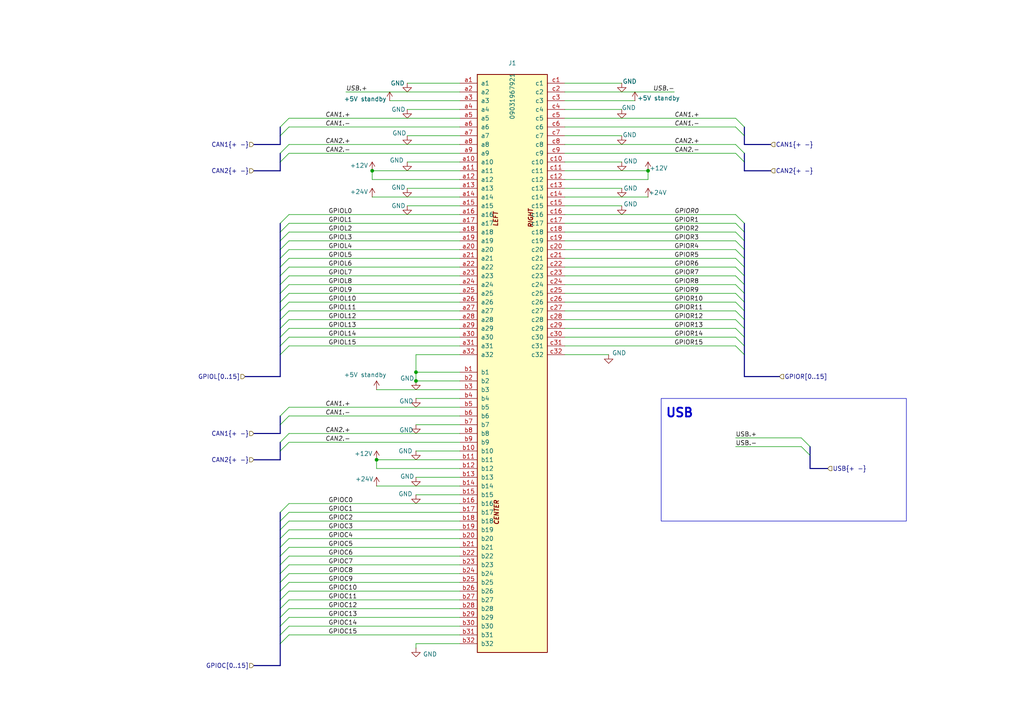
<source format=kicad_sch>
(kicad_sch (version 20231120) (generator "eeschema") (generator_version "8.0")
  (paper "A4")
  (lib_symbols
    (symbol "DIN41612_3x32:09031967921" (pin_names (offset 1.016))
      (property "Reference" "J" (at 0 88.9 0))
      (property "Value" "09031967921" (at 0 86.36 0))
      (symbol "09031967921_0_0"
        (rectangle (start -10.16 83.82) (end 10.16 -83.82) (stroke (width 0.254)) (fill (type background)))
      )
      (symbol "09031967921_1_1"
        (text "CENTER" (at -4.572 -43.18 900) (effects (font (size 1.27 1.27) (bold yes) (italic yes))))
        (text "LEFT" (at -4.826 41.91 900) (effects (font (size 1.27 1.27) (bold yes) (italic yes))))
        (text "RIGHT" (at 5.334 42.164 900) (effects (font (size 1.27 1.27) (bold yes) (italic yes))))
        (pin passive line (at -15.24 81.28 0) (length 5.08) (name "a1") (number "a1"))
        (pin passive line (at -15.24 58.42 0) (length 5.08) (name "a10") (number "a10"))
        (pin passive line (at -15.24 55.88 0) (length 5.08) (name "a11") (number "a11"))
        (pin passive line (at -15.24 53.34 0) (length 5.08) (name "a12") (number "a12"))
        (pin passive line (at -15.24 50.8 0) (length 5.08) (name "a13") (number "a13"))
        (pin passive line (at -15.24 48.26 0) (length 5.08) (name "a14") (number "a14"))
        (pin passive line (at -15.24 45.72 0) (length 5.08) (name "a15") (number "a15"))
        (pin passive line (at -15.24 43.18 0) (length 5.08) (name "a16") (number "a16"))
        (pin passive line (at -15.24 40.64 0) (length 5.08) (name "a17") (number "a17"))
        (pin passive line (at -15.24 38.1 0) (length 5.08) (name "a18") (number "a18"))
        (pin passive line (at -15.24 35.56 0) (length 5.08) (name "a19") (number "a19"))
        (pin passive line (at -15.24 78.74 0) (length 5.08) (name "a2") (number "a2"))
        (pin passive line (at -15.24 33.02 0) (length 5.08) (name "a20") (number "a20"))
        (pin passive line (at -15.24 30.48 0) (length 5.08) (name "a21") (number "a21"))
        (pin passive line (at -15.24 27.94 0) (length 5.08) (name "a22") (number "a22"))
        (pin passive line (at -15.24 25.4 0) (length 5.08) (name "a23") (number "a23"))
        (pin passive line (at -15.24 22.86 0) (length 5.08) (name "a24") (number "a24"))
        (pin passive line (at -15.24 20.32 0) (length 5.08) (name "a25") (number "a25"))
        (pin passive line (at -15.24 17.78 0) (length 5.08) (name "a26") (number "a26"))
        (pin passive line (at -15.24 15.24 0) (length 5.08) (name "a27") (number "a27"))
        (pin passive line (at -15.24 12.7 0) (length 5.08) (name "a28") (number "a28"))
        (pin passive line (at -15.24 10.16 0) (length 5.08) (name "a29") (number "a29"))
        (pin passive line (at -15.24 76.2 0) (length 5.08) (name "a3") (number "a3"))
        (pin passive line (at -15.24 7.62 0) (length 5.08) (name "a30") (number "a30"))
        (pin passive line (at -15.24 5.08 0) (length 5.08) (name "a31") (number "a31"))
        (pin passive line (at -15.24 2.54 0) (length 5.08) (name "a32") (number "a32"))
        (pin passive line (at -15.24 73.66 0) (length 5.08) (name "a4") (number "a4"))
        (pin passive line (at -15.24 71.12 0) (length 5.08) (name "a5") (number "a5"))
        (pin passive line (at -15.24 68.58 0) (length 5.08) (name "a6") (number "a6"))
        (pin passive line (at -15.24 66.04 0) (length 5.08) (name "a7") (number "a7"))
        (pin passive line (at -15.24 63.5 0) (length 5.08) (name "a8") (number "a8"))
        (pin passive line (at -15.24 60.96 0) (length 5.08) (name "a9") (number "a9"))
        (pin passive line (at -15.24 -2.54 0) (length 5.08) (name "b1") (number "b1"))
        (pin passive line (at -15.24 -25.4 0) (length 5.08) (name "b10") (number "b10"))
        (pin passive line (at -15.24 -27.94 0) (length 5.08) (name "b11") (number "b11"))
        (pin passive line (at -15.24 -30.48 0) (length 5.08) (name "b12") (number "b12"))
        (pin passive line (at -15.24 -33.02 0) (length 5.08) (name "b13") (number "b13"))
        (pin passive line (at -15.24 -35.56 0) (length 5.08) (name "b14") (number "b14"))
        (pin passive line (at -15.24 -38.1 0) (length 5.08) (name "b15") (number "b15"))
        (pin passive line (at -15.24 -40.64 0) (length 5.08) (name "b16") (number "b16"))
        (pin passive line (at -15.24 -43.18 0) (length 5.08) (name "b17") (number "b17"))
        (pin passive line (at -15.24 -45.72 0) (length 5.08) (name "b18") (number "b18"))
        (pin passive line (at -15.24 -48.26 0) (length 5.08) (name "b19") (number "b19"))
        (pin passive line (at -15.24 -5.08 0) (length 5.08) (name "b2") (number "b2"))
        (pin passive line (at -15.24 -50.8 0) (length 5.08) (name "b20") (number "b20"))
        (pin passive line (at -15.24 -53.34 0) (length 5.08) (name "b21") (number "b21"))
        (pin passive line (at -15.24 -55.88 0) (length 5.08) (name "b22") (number "b22"))
        (pin passive line (at -15.24 -58.42 0) (length 5.08) (name "b23") (number "b23"))
        (pin passive line (at -15.24 -60.96 0) (length 5.08) (name "b24") (number "b24"))
        (pin passive line (at -15.24 -63.5 0) (length 5.08) (name "b25") (number "b25"))
        (pin passive line (at -15.24 -66.04 0) (length 5.08) (name "b26") (number "b26"))
        (pin passive line (at -15.24 -68.58 0) (length 5.08) (name "b27") (number "b27"))
        (pin passive line (at -15.24 -71.12 0) (length 5.08) (name "b28") (number "b28"))
        (pin passive line (at -15.24 -73.66 0) (length 5.08) (name "b29") (number "b29"))
        (pin passive line (at -15.24 -7.62 0) (length 5.08) (name "b3") (number "b3"))
        (pin passive line (at -15.24 -76.2 0) (length 5.08) (name "b30") (number "b30"))
        (pin passive line (at -15.24 -78.74 0) (length 5.08) (name "b31") (number "b31"))
        (pin passive line (at -15.24 -81.28 0) (length 5.08) (name "b32") (number "b32"))
        (pin passive line (at -15.24 -10.16 0) (length 5.08) (name "b4") (number "b4"))
        (pin passive line (at -15.24 -12.7 0) (length 5.08) (name "b5") (number "b5"))
        (pin passive line (at -15.24 -15.24 0) (length 5.08) (name "b6") (number "b6"))
        (pin passive line (at -15.24 -17.78 0) (length 5.08) (name "b7") (number "b7"))
        (pin passive line (at -15.24 -20.32 0) (length 5.08) (name "b8") (number "b8"))
        (pin passive line (at -15.24 -22.86 0) (length 5.08) (name "b9") (number "b9"))
        (pin passive line (at 15.24 81.28 180) (length 5.08) (name "c1") (number "c1"))
        (pin passive line (at 15.24 58.42 180) (length 5.08) (name "c10") (number "c10"))
        (pin passive line (at 15.24 55.88 180) (length 5.08) (name "c11") (number "c11"))
        (pin passive line (at 15.24 53.34 180) (length 5.08) (name "c12") (number "c12"))
        (pin passive line (at 15.24 50.8 180) (length 5.08) (name "c13") (number "c13"))
        (pin passive line (at 15.24 48.26 180) (length 5.08) (name "c14") (number "c14"))
        (pin passive line (at 15.24 45.72 180) (length 5.08) (name "c15") (number "c15"))
        (pin passive line (at 15.24 43.18 180) (length 5.08) (name "c16") (number "c16"))
        (pin passive line (at 15.24 40.64 180) (length 5.08) (name "c17") (number "c17"))
        (pin passive line (at 15.24 38.1 180) (length 5.08) (name "c18") (number "c18"))
        (pin passive line (at 15.24 35.56 180) (length 5.08) (name "c19") (number "c19"))
        (pin passive line (at 15.24 78.74 180) (length 5.08) (name "c2") (number "c2"))
        (pin passive line (at 15.24 33.02 180) (length 5.08) (name "c20") (number "c20"))
        (pin passive line (at 15.24 30.48 180) (length 5.08) (name "c21") (number "c21"))
        (pin passive line (at 15.24 27.94 180) (length 5.08) (name "c22") (number "c22"))
        (pin passive line (at 15.24 25.4 180) (length 5.08) (name "c23") (number "c23"))
        (pin passive line (at 15.24 22.86 180) (length 5.08) (name "c24") (number "c24"))
        (pin passive line (at 15.24 20.32 180) (length 5.08) (name "c25") (number "c25"))
        (pin passive line (at 15.24 17.78 180) (length 5.08) (name "c26") (number "c26"))
        (pin passive line (at 15.24 15.24 180) (length 5.08) (name "c27") (number "c27"))
        (pin passive line (at 15.24 12.7 180) (length 5.08) (name "c28") (number "c28"))
        (pin passive line (at 15.24 10.16 180) (length 5.08) (name "c29") (number "c29"))
        (pin passive line (at 15.24 76.2 180) (length 5.08) (name "c3") (number "c3"))
        (pin passive line (at 15.24 7.62 180) (length 5.08) (name "c30") (number "c30"))
        (pin passive line (at 15.24 5.08 180) (length 5.08) (name "c31") (number "c31"))
        (pin passive line (at 15.24 2.54 180) (length 5.08) (name "c32") (number "c32"))
        (pin passive line (at 15.24 73.66 180) (length 5.08) (name "c4") (number "c4"))
        (pin passive line (at 15.24 71.12 180) (length 5.08) (name "c5") (number "c5"))
        (pin passive line (at 15.24 68.58 180) (length 5.08) (name "c6") (number "c6"))
        (pin passive line (at 15.24 66.04 180) (length 5.08) (name "c7") (number "c7"))
        (pin passive line (at 15.24 63.5 180) (length 5.08) (name "c8") (number "c8"))
        (pin passive line (at 15.24 60.96 180) (length 5.08) (name "c9") (number "c9"))
      )
    )
    (symbol "power:+12V" (power) (pin_numbers hide) (pin_names (offset 0) hide)
      (property "Value" "+12V" (at 0 3.556 0))
      (symbol "+12V_0_1"
        (polyline (pts (xy -0.762 1.27) (xy 0 2.54)))
        (polyline (pts (xy 0 0) (xy 0 2.54)))
        (polyline (pts (xy 0 2.54) (xy 0.762 1.27)))
      )
      (symbol "+12V_1_1"
        (pin power_in line (at 0 0 90) (length 0) (name "~") (number "1"))
      )
    )
    (symbol "power:GND" (power) (pin_numbers hide) (pin_names (offset 0) hide)
      (property "Value" "GND" (at 0 -3.81 0))
      (symbol "GND_0_1"
        (polyline (pts (xy 0 0) (xy 0 -1.27) (xy 1.27 -1.27) (xy 0 -2.54) (xy -1.27 -1.27) (xy 0 -1.27)))
      )
      (symbol "GND_1_1"
        (pin power_in line (at 0 0 270) (length 0) (name "~") (number "1"))
      )
    )
  )
  (junction (at 120.65 110.49))
  (junction (at 187.96 49.53))
  (junction (at 107.95 49.53))
  (junction (at 109.22 133.35))
  (junction (at 120.65 107.95))
  (bus_entry (at 213.36 62.23) (size 2.54 2.54))
  (bus_entry (at 213.36 69.85) (size 2.54 2.54))
  (bus_entry (at 213.36 77.47) (size 2.54 2.54))
  (bus_entry (at 83.82 95.25) (size -2.54 2.54))
  (bus_entry (at 83.82 151.13) (size -2.54 2.54))
  (bus_entry (at 83.82 120.65) (size -2.54 2.54))
  (bus_entry (at 213.36 82.55) (size 2.54 2.54))
  (bus_entry (at 83.82 181.61) (size -2.54 2.54))
  (bus_entry (at 213.36 85.09) (size 2.54 2.54))
  (bus_entry (at 83.82 92.71) (size -2.54 2.54))
  (bus_entry (at 83.82 118.11) (size -2.54 2.54))
  (bus_entry (at 83.82 80.01) (size -2.54 2.54))
  (bus_entry (at 83.82 74.93) (size -2.54 2.54))
  (bus_entry (at 213.36 34.29) (size 2.54 2.54))
  (bus_entry (at 213.36 80.01) (size 2.54 2.54))
  (bus_entry (at 83.82 148.59) (size -2.54 2.54))
  (bus_entry (at 213.36 97.79) (size 2.54 2.54))
  (bus_entry (at 83.82 125.73) (size -2.54 2.54))
  (bus_entry (at 83.82 179.07) (size -2.54 2.54))
  (bus_entry (at 83.82 64.77) (size -2.54 2.54))
  (bus_entry (at 83.82 34.29) (size -2.54 2.54))
  (bus_entry (at 213.36 100.33) (size 2.54 2.54))
  (bus_entry (at 213.36 36.83) (size 2.54 2.54))
  (bus_entry (at 83.82 163.83) (size -2.54 2.54))
  (bus_entry (at 83.82 90.17) (size -2.54 2.54))
  (bus_entry (at 83.82 82.55) (size -2.54 2.54))
  (bus_entry (at 83.82 72.39) (size -2.54 2.54))
  (bus_entry (at 83.82 100.33) (size -2.54 2.54))
  (bus_entry (at 234.95 132.08) (size -2.54 -2.54))
  (bus_entry (at 83.82 171.45) (size -2.54 2.54))
  (bus_entry (at 213.36 90.17) (size 2.54 2.54))
  (bus_entry (at 213.36 64.77) (size 2.54 2.54))
  (bus_entry (at 213.36 67.31) (size 2.54 2.54))
  (bus_entry (at 213.36 72.39) (size 2.54 2.54))
  (bus_entry (at 83.82 36.83) (size -2.54 2.54))
  (bus_entry (at 83.82 67.31) (size -2.54 2.54))
  (bus_entry (at 83.82 85.09) (size -2.54 2.54))
  (bus_entry (at 83.82 146.05) (size -2.54 2.54))
  (bus_entry (at 83.82 41.91) (size -2.54 2.54))
  (bus_entry (at 83.82 173.99) (size -2.54 2.54))
  (bus_entry (at 83.82 97.79) (size -2.54 2.54))
  (bus_entry (at 83.82 87.63) (size -2.54 2.54))
  (bus_entry (at 213.36 41.91) (size 2.54 2.54))
  (bus_entry (at 83.82 184.15) (size -2.54 2.54))
  (bus_entry (at 213.36 92.71) (size 2.54 2.54))
  (bus_entry (at 83.82 176.53) (size -2.54 2.54))
  (bus_entry (at 83.82 158.75) (size -2.54 2.54))
  (bus_entry (at 83.82 156.21) (size -2.54 2.54))
  (bus_entry (at 83.82 62.23) (size -2.54 2.54))
  (bus_entry (at 213.36 74.93) (size 2.54 2.54))
  (bus_entry (at 83.82 168.91) (size -2.54 2.54))
  (bus_entry (at 213.36 95.25) (size 2.54 2.54))
  (bus_entry (at 83.82 153.67) (size -2.54 2.54))
  (bus_entry (at 234.95 129.54) (size -2.54 -2.54))
  (bus_entry (at 213.36 44.45) (size 2.54 2.54))
  (bus_entry (at 83.82 44.45) (size -2.54 2.54))
  (bus_entry (at 83.82 128.27) (size -2.54 2.54))
  (bus_entry (at 83.82 161.29) (size -2.54 2.54))
  (bus_entry (at 83.82 166.37) (size -2.54 2.54))
  (bus_entry (at 213.36 87.63) (size 2.54 2.54))
  (bus_entry (at 83.82 77.47) (size -2.54 2.54))
  (bus_entry (at 83.82 69.85) (size -2.54 2.54))
  (bus (pts (xy 81.28 95.25) (xy 81.28 97.79)))
  (wire (pts (xy 133.35 77.47) (xy 83.82 77.47)))
  (wire (pts (xy 83.82 125.73) (xy 133.35 125.73)))
  (wire (pts (xy 163.83 24.13) (xy 180.34 24.13)))
  (bus (pts (xy 81.28 80.01) (xy 81.28 82.55)))
  (wire (pts (xy 133.35 95.25) (xy 83.82 95.25)))
  (bus (pts (xy 81.28 168.91) (xy 81.28 171.45)))
  (wire (pts (xy 120.65 187.96) (xy 120.65 186.69)))
  (wire (pts (xy 120.65 138.43) (xy 133.35 138.43)))
  (wire (pts (xy 83.82 128.27) (xy 133.35 128.27)))
  (wire (pts (xy 118.11 46.99) (xy 133.35 46.99)))
  (bus (pts (xy 81.28 39.37) (xy 81.28 41.91)))
  (wire (pts (xy 213.36 36.83) (xy 163.83 36.83)))
  (wire (pts (xy 163.83 59.69) (xy 180.34 59.69)))
  (bus (pts (xy 81.28 64.77) (xy 81.28 67.31)))
  (bus (pts (xy 234.95 129.54) (xy 234.95 132.08)))
  (bus (pts (xy 81.28 87.63) (xy 81.28 90.17)))
  (wire (pts (xy 120.65 123.19) (xy 133.35 123.19)))
  (bus (pts (xy 81.28 77.47) (xy 81.28 80.01)))
  (wire (pts (xy 107.95 57.15) (xy 133.35 57.15)))
  (wire (pts (xy 83.82 67.31) (xy 133.35 67.31)))
  (bus (pts (xy 215.9 72.39) (xy 215.9 74.93)))
  (bus (pts (xy 81.28 128.27) (xy 81.28 130.81)))
  (bus (pts (xy 81.28 44.45) (xy 81.28 46.99)))
  (wire (pts (xy 133.35 85.09) (xy 83.82 85.09)))
  (wire (pts (xy 83.82 120.65) (xy 133.35 120.65)))
  (bus (pts (xy 234.95 132.08) (xy 234.95 135.89)))
  (wire (pts (xy 163.83 64.77) (xy 213.36 64.77)))
  (wire (pts (xy 118.11 24.13) (xy 133.35 24.13)))
  (wire (pts (xy 120.65 110.49) (xy 133.35 110.49)))
  (bus (pts (xy 223.52 49.53) (xy 215.9 49.53)))
  (bus (pts (xy 81.28 156.21) (xy 81.28 158.75)))
  (bus (pts (xy 81.28 123.19) (xy 81.28 125.73)))
  (wire (pts (xy 163.83 26.67) (xy 195.58 26.67)))
  (wire (pts (xy 109.22 140.97) (xy 133.35 140.97)))
  (bus (pts (xy 215.9 64.77) (xy 215.9 67.31)))
  (wire (pts (xy 213.36 127) (xy 232.41 127)))
  (bus (pts (xy 81.28 173.99) (xy 81.28 176.53)))
  (bus (pts (xy 81.28 69.85) (xy 81.28 72.39)))
  (wire (pts (xy 133.35 153.67) (xy 83.82 153.67)))
  (wire (pts (xy 163.83 67.31) (xy 213.36 67.31)))
  (wire (pts (xy 213.36 34.29) (xy 163.83 34.29)))
  (wire (pts (xy 109.22 135.89) (xy 109.22 133.35)))
  (wire (pts (xy 133.35 179.07) (xy 83.82 179.07)))
  (wire (pts (xy 120.65 102.87) (xy 133.35 102.87)))
  (wire (pts (xy 163.83 62.23) (xy 213.36 62.23)))
  (wire (pts (xy 163.83 39.37) (xy 180.34 39.37)))
  (bus (pts (xy 81.28 148.59) (xy 81.28 151.13)))
  (wire (pts (xy 133.35 74.93) (xy 83.82 74.93)))
  (wire (pts (xy 163.83 29.21) (xy 184.15 29.21)))
  (bus (pts (xy 215.9 67.31) (xy 215.9 69.85)))
  (wire (pts (xy 83.82 118.11) (xy 133.35 118.11)))
  (wire (pts (xy 83.82 36.83) (xy 133.35 36.83)))
  (bus (pts (xy 215.9 87.63) (xy 215.9 90.17)))
  (bus (pts (xy 81.28 158.75) (xy 81.28 161.29)))
  (wire (pts (xy 83.82 151.13) (xy 133.35 151.13)))
  (wire (pts (xy 180.34 46.99) (xy 163.83 46.99)))
  (wire (pts (xy 213.36 85.09) (xy 163.83 85.09)))
  (bus (pts (xy 215.9 77.47) (xy 215.9 80.01)))
  (bus (pts (xy 215.9 80.01) (xy 215.9 82.55)))
  (wire (pts (xy 187.96 52.07) (xy 187.96 49.53)))
  (wire (pts (xy 213.36 44.45) (xy 163.83 44.45)))
  (wire (pts (xy 213.36 87.63) (xy 163.83 87.63)))
  (wire (pts (xy 83.82 64.77) (xy 133.35 64.77)))
  (bus (pts (xy 81.28 102.87) (xy 81.28 109.22)))
  (wire (pts (xy 163.83 52.07) (xy 187.96 52.07)))
  (wire (pts (xy 133.35 181.61) (xy 83.82 181.61)))
  (wire (pts (xy 118.11 54.61) (xy 133.35 54.61)))
  (wire (pts (xy 133.35 82.55) (xy 83.82 82.55)))
  (wire (pts (xy 213.36 69.85) (xy 163.83 69.85)))
  (bus (pts (xy 215.9 90.17) (xy 215.9 92.71)))
  (wire (pts (xy 213.36 95.25) (xy 163.83 95.25)))
  (wire (pts (xy 100.33 26.67) (xy 133.35 26.67)))
  (wire (pts (xy 187.96 49.53) (xy 163.83 49.53)))
  (bus (pts (xy 81.28 163.83) (xy 81.28 166.37)))
  (wire (pts (xy 83.82 34.29) (xy 133.35 34.29)))
  (wire (pts (xy 133.35 87.63) (xy 83.82 87.63)))
  (bus (pts (xy 73.66 125.73) (xy 81.28 125.73)))
  (wire (pts (xy 83.82 148.59) (xy 133.35 148.59)))
  (bus (pts (xy 81.28 176.53) (xy 81.28 179.07)))
  (bus (pts (xy 81.28 100.33) (xy 81.28 102.87)))
  (bus (pts (xy 223.52 41.91) (xy 215.9 41.91)))
  (wire (pts (xy 213.36 72.39) (xy 163.83 72.39)))
  (wire (pts (xy 109.22 133.35) (xy 133.35 133.35)))
  (wire (pts (xy 133.35 176.53) (xy 83.82 176.53)))
  (wire (pts (xy 120.65 115.57) (xy 133.35 115.57)))
  (wire (pts (xy 213.36 77.47) (xy 163.83 77.47)))
  (wire (pts (xy 133.35 156.21) (xy 83.82 156.21)))
  (bus (pts (xy 81.28 186.69) (xy 81.28 193.04)))
  (bus (pts (xy 81.28 90.17) (xy 81.28 92.71)))
  (wire (pts (xy 213.36 41.91) (xy 163.83 41.91)))
  (bus (pts (xy 81.28 161.29) (xy 81.28 163.83)))
  (wire (pts (xy 109.22 113.03) (xy 133.35 113.03)))
  (wire (pts (xy 176.53 102.87) (xy 163.83 102.87)))
  (bus (pts (xy 81.28 46.99) (xy 81.28 49.53)))
  (wire (pts (xy 213.36 74.93) (xy 163.83 74.93)))
  (bus (pts (xy 81.28 184.15) (xy 81.28 186.69)))
  (wire (pts (xy 133.35 171.45) (xy 83.82 171.45)))
  (wire (pts (xy 113.03 29.21) (xy 133.35 29.21)))
  (wire (pts (xy 163.83 54.61) (xy 180.34 54.61)))
  (bus (pts (xy 215.9 109.22) (xy 226.06 109.22)))
  (bus (pts (xy 81.28 36.83) (xy 81.28 39.37)))
  (wire (pts (xy 120.65 107.95) (xy 120.65 110.49)))
  (bus (pts (xy 73.66 49.53) (xy 81.28 49.53)))
  (wire (pts (xy 133.35 69.85) (xy 83.82 69.85)))
  (wire (pts (xy 213.36 97.79) (xy 163.83 97.79)))
  (bus (pts (xy 81.28 171.45) (xy 81.28 173.99)))
  (bus (pts (xy 215.9 36.83) (xy 215.9 39.37)))
  (wire (pts (xy 133.35 92.71) (xy 83.82 92.71)))
  (bus (pts (xy 73.66 133.35) (xy 81.28 133.35)))
  (wire (pts (xy 120.65 102.87) (xy 120.65 107.95)))
  (wire (pts (xy 133.35 80.01) (xy 83.82 80.01)))
  (bus (pts (xy 81.28 181.61) (xy 81.28 184.15)))
  (wire (pts (xy 120.65 130.81) (xy 133.35 130.81)))
  (bus (pts (xy 81.28 120.65) (xy 81.28 123.19)))
  (bus (pts (xy 215.9 97.79) (xy 215.9 100.33)))
  (bus (pts (xy 81.28 109.22) (xy 71.12 109.22)))
  (wire (pts (xy 163.83 31.75) (xy 180.34 31.75)))
  (bus (pts (xy 81.28 166.37) (xy 81.28 168.91)))
  (wire (pts (xy 213.36 80.01) (xy 163.83 80.01)))
  (wire (pts (xy 120.65 186.69) (xy 133.35 186.69)))
  (bus (pts (xy 215.9 100.33) (xy 215.9 102.87)))
  (bus (pts (xy 81.28 179.07) (xy 81.28 181.61)))
  (wire (pts (xy 107.95 49.53) (xy 107.95 52.07)))
  (bus (pts (xy 81.28 151.13) (xy 81.28 153.67)))
  (wire (pts (xy 133.35 158.75) (xy 83.82 158.75)))
  (bus (pts (xy 215.9 92.71) (xy 215.9 95.25)))
  (wire (pts (xy 133.35 166.37) (xy 83.82 166.37)))
  (wire (pts (xy 118.11 59.69) (xy 133.35 59.69)))
  (bus (pts (xy 215.9 102.87) (xy 215.9 109.22)))
  (bus (pts (xy 215.9 46.99) (xy 215.9 49.53)))
  (wire (pts (xy 213.36 82.55) (xy 163.83 82.55)))
  (bus (pts (xy 81.28 85.09) (xy 81.28 87.63)))
  (bus (pts (xy 81.28 74.93) (xy 81.28 77.47)))
  (bus (pts (xy 215.9 39.37) (xy 215.9 41.91)))
  (bus (pts (xy 73.66 41.91) (xy 81.28 41.91)))
  (wire (pts (xy 83.82 146.05) (xy 133.35 146.05)))
  (wire (pts (xy 213.36 90.17) (xy 163.83 90.17)))
  (bus (pts (xy 81.28 130.81) (xy 81.28 133.35)))
  (wire (pts (xy 83.82 62.23) (xy 133.35 62.23)))
  (bus (pts (xy 215.9 44.45) (xy 215.9 46.99)))
  (bus (pts (xy 215.9 74.93) (xy 215.9 77.47)))
  (bus (pts (xy 81.28 193.04) (xy 73.66 193.04)))
  (bus (pts (xy 81.28 97.79) (xy 81.28 100.33)))
  (wire (pts (xy 133.35 161.29) (xy 83.82 161.29)))
  (wire (pts (xy 163.83 57.15) (xy 187.96 57.15)))
  (wire (pts (xy 133.35 97.79) (xy 83.82 97.79)))
  (bus (pts (xy 81.28 67.31) (xy 81.28 69.85)))
  (bus (pts (xy 81.28 153.67) (xy 81.28 156.21)))
  (wire (pts (xy 133.35 184.15) (xy 83.82 184.15)))
  (wire (pts (xy 133.35 72.39) (xy 83.82 72.39)))
  (wire (pts (xy 107.95 52.07) (xy 133.35 52.07)))
  (wire (pts (xy 120.65 107.95) (xy 133.35 107.95)))
  (bus (pts (xy 215.9 85.09) (xy 215.9 87.63)))
  (wire (pts (xy 118.11 31.75) (xy 133.35 31.75)))
  (bus (pts (xy 215.9 82.55) (xy 215.9 85.09)))
  (wire (pts (xy 83.82 41.91) (xy 133.35 41.91)))
  (wire (pts (xy 107.95 49.53) (xy 133.35 49.53)))
  (wire (pts (xy 133.35 100.33) (xy 83.82 100.33)))
  (bus (pts (xy 81.28 92.71) (xy 81.28 95.25)))
  (wire (pts (xy 120.65 143.51) (xy 133.35 143.51)))
  (bus (pts (xy 81.28 82.55) (xy 81.28 85.09)))
  (wire (pts (xy 133.35 173.99) (xy 83.82 173.99)))
  (wire (pts (xy 118.11 39.37) (xy 133.35 39.37)))
  (bus (pts (xy 215.9 95.25) (xy 215.9 97.79)))
  (wire (pts (xy 213.36 100.33) (xy 163.83 100.33)))
  (bus (pts (xy 215.9 69.85) (xy 215.9 72.39)))
  (wire (pts (xy 83.82 44.45) (xy 133.35 44.45)))
  (wire (pts (xy 133.35 168.91) (xy 83.82 168.91)))
  (wire (pts (xy 133.35 163.83) (xy 83.82 163.83)))
  (bus (pts (xy 240.03 135.89) (xy 234.95 135.89)))
  (bus (pts (xy 81.28 72.39) (xy 81.28 74.93)))
  (wire (pts (xy 213.36 92.71) (xy 163.83 92.71)))
  (wire (pts (xy 109.22 135.89) (xy 133.35 135.89)))
  (wire (pts (xy 133.35 90.17) (xy 83.82 90.17)))
  (wire (pts (xy 213.36 129.54) (xy 232.41 129.54)))
  (rectangle (start 191.77 115.57) (end 262.89 151.13))
  (text "USB" (at 197.104 119.888 0) (effects (font (size 2.54 2.54) (thickness 0.508) (bold yes))))
  (label "GPIOC5" (at 95.25 158.75 0))
  (label "GPIOC3" (at 95.25 153.67 0))
  (label "GPIOR5" (at 195.58 74.93 0))
  (label "GPIOR0" (at 195.58 62.23 0) (effects (font (italic yes))))
  (label "GPIOL14" (at 95.25 97.79 0))
  (label "GPIOL3" (at 95.25 69.85 0))
  (label "GPIOR12" (at 195.58 92.71 0))
  (label "GPIOL12" (at 95.25 92.71 0))
  (label "GPIOR4" (at 195.58 72.39 0))
  (label "GPIOR14" (at 195.58 97.79 0))
  (label "GPIOR2" (at 195.58 67.31 0))
  (label "GPIOL10" (at 95.25 87.63 0))
  (label "GPIOL13" (at 95.25 95.25 0))
  (label "CAN1.+" (at 101.6 118.11 180) (effects (font (italic yes))))
  (label "CAN2.-" (at 195.58 44.45 0) (effects (font (italic yes))))
  (label "CAN2.-" (at 101.6 44.45 180) (effects (font (italic yes))))
  (label "USB.+" (at 100.33 26.67 0) (effects (font (italic yes))))
  (label "GPIOR3" (at 195.58 69.85 0))
  (label "GPIOR1" (at 195.58 64.77 0))
  (label "GPIOR7" (at 195.58 80.01 0))
  (label "GPIOR15" (at 195.58 100.33 0))
  (label "CAN2.+" (at 101.6 125.73 180) (effects (font (italic yes))))
  (label "GPIOL5" (at 95.25 74.93 0))
  (label "GPIOR9" (at 195.58 85.09 0))
  (label "GPIOC15" (at 95.25 184.15 0))
  (label "CAN2.+" (at 101.6 41.91 180) (effects (font (italic yes))))
  (label "GPIOR13" (at 195.58 95.25 0))
  (label "CAN1.-" (at 101.6 36.83 180) (effects (font (italic yes))))
  (label "GPIOL4" (at 95.25 72.39 0))
  (label "CAN1.-" (at 101.6 120.65 180) (effects (font (italic yes))))
  (label "CAN1.+" (at 101.6 34.29 180) (effects (font (italic yes))))
  (label "GPIOC6" (at 95.25 161.29 0))
  (label "GPIOL0" (at 95.25 62.23 0))
  (label "GPIOL8" (at 95.25 82.55 0))
  (label "GPIOR10" (at 195.58 87.63 0))
  (label "GPIOR8" (at 195.58 82.55 0))
  (label "GPIOC12" (at 95.25 176.53 0))
  (label "GPIOR6" (at 195.58 77.47 0))
  (label "GPIOC2" (at 95.25 151.13 0))
  (label "GPIOL1" (at 95.25 64.77 0))
  (label "CAN1.-" (at 195.58 36.83 0) (effects (font (italic yes))))
  (label "GPIOC14" (at 95.25 181.61 0))
  (label "USB.-" (at 195.58 26.67 180) (effects (font (italic yes))))
  (label "GPIOC7" (at 95.25 163.83 0))
  (label "GPIOL11" (at 95.25 90.17 0))
  (label "CAN1.+" (at 195.58 34.29 0) (effects (font (italic yes))))
  (label "GPIOL2" (at 95.25 67.31 0))
  (label "USB.+" (at 213.36 127 0))
  (label "USB.-" (at 213.36 129.54 0))
  (label "GPIOR11" (at 195.58 90.17 0))
  (label "GPIOC1" (at 95.25 148.59 0))
  (label "GPIOL9" (at 95.25 85.09 0))
  (label "GPIOC10" (at 95.25 171.45 0))
  (label "GPIOC8" (at 95.25 166.37 0))
  (label "GPIOC13" (at 95.25 179.07 0))
  (label "GPIOC9" (at 95.25 168.91 0))
  (label "CAN2.-" (at 101.6 128.27 180) (effects (font (italic yes))))
  (label "GPIOC11" (at 95.25 173.99 0))
  (label "CAN2.+" (at 195.58 41.91 0) (effects (font (italic yes))))
  (label "GPIOL6" (at 95.25 77.47 0))
  (label "GPIOL15" (at 95.25 100.33 0))
  (label "GPIOC0" (at 95.25 146.05 0))
  (label "GPIOC4" (at 95.25 156.21 0))
  (label "GPIOL7" (at 95.25 80.01 0))
  (hierarchical_label "CAN2{+ -}" (shape input) (at 73.66 133.35 180))
  (hierarchical_label "CAN2{+ -}" (shape input) (at 73.66 49.53 180))
  (hierarchical_label "GPIOC[0..15]" (shape input) (at 73.66 193.04 180))
  (hierarchical_label "CAN1{+ -}" (shape input) (at 73.66 41.91 180))
  (hierarchical_label "CAN2{+ -}" (shape input) (at 223.52 49.53 0))
  (hierarchical_label "USB{+ -}" (shape input) (at 240.03 135.89 0))
  (hierarchical_label "CAN1{+ -}" (shape input) (at 223.52 41.91 0))
  (hierarchical_label "GPIOR[0..15]" (shape input) (at 226.06 109.22 0))
  (hierarchical_label "GPIOL[0..15]" (shape input) (at 71.12 109.22 180))
  (hierarchical_label "CAN1{+ -}" (shape input) (at 73.66 125.73 180))
  (symbol (lib_id "power:+12V") (at 187.96 57.15 0) (mirror y) (unit 1)
    (property "Reference" "#PWR046" (effects (hide yes)))
    (property "Value" "+24V" (at 190.754 55.88 0))
    (property "Description" "Power symbol creates a global label with name \"+12V\"" (effects (hide yes)))
  )
  (symbol (lib_id "power:GND") (at 118.11 24.13 0) (mirror y) (unit 1)
    (property "Reference" "#PWR010" (effects (hide yes)))
    (property "Value" "GND" (at 115.316 24.13 0))
    (property "Description" "Power symbol creates a global label with name \"GND\" , ground" (effects (hide yes)))
  )
  (symbol (lib_id "power:GND") (at 180.34 54.61 0) (mirror y) (unit 1)
    (property "Reference" "#PWR028" (effects (hide yes)))
    (property "Value" "GND" (at 182.88 54.61 0))
    (property "Description" "Power symbol creates a global label with name \"GND\" , ground" (effects (hide yes)))
  )
  (symbol (lib_id "power:+12V") (at 113.03 29.21 0) (unit 1)
    (property "Reference" "#PWR09" (effects (hide yes)))
    (property "Value" "+5V standby" (at 105.918 28.702 0))
    (property "Description" "Power symbol creates a global label with name \"+12V\"" (effects (hide yes)))
  )
  (symbol (lib_id "power:GND") (at 120.65 110.49 0) (mirror y) (unit 1)
    (property "Reference" "#PWR047" (effects (hide yes)))
    (property "Value" "GND" (at 118.11 109.728 0))
    (property "Description" "Power symbol creates a global label with name \"GND\" , ground" (effects (hide yes)))
  )
  (symbol (lib_id "power:GND") (at 180.34 31.75 0) (mirror y) (unit 1)
    (property "Reference" "#PWR04" (effects (hide yes)))
    (property "Value" "GND" (at 182.372 31.242 0))
    (property "Description" "Power symbol creates a global label with name \"GND\" , ground" (effects (hide yes)))
  )
  (symbol (lib_id "power:GND") (at 120.65 138.43 0) (unit 1)
    (property "Reference" "#PWR051" (effects (hide yes)))
    (property "Value" "GND" (at 118.11 138.176 0))
    (property "Description" "Power symbol creates a global label with name \"GND\" , ground" (effects (hide yes)))
  )
  (symbol (lib_id "power:GND") (at 120.65 123.19 0) (unit 1)
    (property "Reference" "#PWR049" (effects (hide yes)))
    (property "Value" "GND" (at 117.856 124.714 0))
    (property "Description" "Power symbol creates a global label with name \"GND\" , ground" (effects (hide yes)))
  )
  (symbol (lib_id "power:GND") (at 180.34 39.37 0) (mirror y) (unit 1)
    (property "Reference" "#PWR012" (effects (hide yes)))
    (property "Value" "GND" (at 182.626 39.116 0))
    (property "Description" "Power symbol creates a global label with name \"GND\" , ground" (effects (hide yes)))
  )
  (symbol (lib_id "power:GND") (at 180.34 24.13 0) (mirror y) (unit 1)
    (property "Reference" "#PWR01" (effects (hide yes)))
    (property "Value" "GND" (at 182.626 23.622 0))
    (property "Description" "Power symbol creates a global label with name \"GND\" , ground" (effects (hide yes)))
  )
  (symbol (lib_id "power:GND") (at 120.65 143.51 0) (unit 1)
    (property "Reference" "#PWR052" (effects (hide yes)))
    (property "Value" "GND" (at 117.602 143.256 0))
    (property "Description" "Power symbol creates a global label with name \"GND\" , ground" (effects (hide yes)))
  )
  (symbol (lib_id "power:+12V") (at 109.22 133.35 0) (unit 1)
    (property "Reference" "#PWR018" (effects (hide yes)))
    (property "Value" "+12V" (at 105.41 131.572 0))
    (property "Description" "Power symbol creates a global label with name \"+12V\"" (effects (hide yes)))
  )
  (symbol (lib_id "power:GND") (at 120.65 130.81 0) (unit 1)
    (property "Reference" "#PWR050" (effects (hide yes)))
    (property "Value" "GND" (at 117.602 130.81 0))
    (property "Description" "Power symbol creates a global label with name \"GND\" , ground" (effects (hide yes)))
  )
  (symbol (lib_id "power:GND") (at 118.11 39.37 0) (mirror y) (unit 1)
    (property "Reference" "#PWR041" (effects (hide yes)))
    (property "Value" "GND" (at 115.824 38.608 0))
    (property "Description" "Power symbol creates a global label with name \"GND\" , ground" (effects (hide yes)))
  )
  (symbol (lib_id "power:GND") (at 118.11 59.69 0) (mirror y) (unit 1)
    (property "Reference" "#PWR044" (effects (hide yes)))
    (property "Value" "GND" (at 115.57 59.69 0))
    (property "Description" "Power symbol creates a global label with name \"GND\" , ground" (effects (hide yes)))
  )
  (symbol (lib_id "power:GND") (at 176.53 102.87 0) (mirror y) (unit 1)
    (property "Reference" "#PWR024" (effects (hide yes)))
    (property "Value" "GND" (at 179.578 102.362 0))
    (property "Description" "Power symbol creates a global label with name \"GND\" , ground" (effects (hide yes)))
  )
  (symbol (lib_id "power:GND") (at 118.11 46.99 0) (mirror y) (unit 1)
    (property "Reference" "#PWR042" (effects (hide yes)))
    (property "Value" "GND" (at 115.062 46.482 0))
    (property "Description" "Power symbol creates a global label with name \"GND\" , ground" (effects (hide yes)))
  )
  (symbol (lib_id "power:+12V") (at 107.95 57.15 0) (mirror y) (unit 1)
    (property "Reference" "#PWR014" (effects (hide yes)))
    (property "Value" "+24V" (at 104.14 55.626 0))
    (property "Description" "Power symbol creates a global label with name \"+12V\"" (effects (hide yes)))
  )
  (symbol (lib_id "power:+12V") (at 187.96 49.53 0) (mirror y) (unit 1)
    (property "Reference" "#PWR040" (effects (hide yes)))
    (property "Value" "+12V" (at 191.008 48.768 0))
    (property "Description" "Power symbol creates a global label with name \"+12V\"" (effects (hide yes)))
  )
  (symbol (lib_id "power:GND") (at 180.34 59.69 0) (mirror y) (unit 1)
    (property "Reference" "#PWR032" (effects (hide yes)))
    (property "Value" "GND" (at 182.88 59.182 0))
    (property "Description" "Power symbol creates a global label with name \"GND\" , ground" (effects (hide yes)))
  )
  (symbol (lib_id "power:+12V") (at 107.95 49.53 0) (mirror y) (unit 1)
    (property "Reference" "#PWR02" (effects (hide yes)))
    (property "Value" "+12V" (at 104.14 48.006 0))
    (property "Description" "Power symbol creates a global label with name \"+12V\"" (effects (hide yes)))
  )
  (symbol (lib_id "DIN41612_3x32:09031967921") (at 148.59 105.41 0) (unit 1)
    (property "Reference" "J1" (at 148.59 18.288 0))
    (property "Value" "09031967921" (at 148.59 27.94 90))
    (property "Footprint" "Connector_DIN:DIN41612_R_3x32_Male_Vertical_THT" (effects (hide yes)))
    (property "MF" "Harting" (effects (hide yes)))
    (property "MAXIMUM_PACKAGE_HEIGHT" "11 mm" (effects (hide yes)))
    (property "Package" "None" (effects (hide yes)))
    (property "Price" "None" (effects (hide yes)))
    (property "Check_prices" "https://www.snapeda.com/parts/0903-196-7921/Harting/view-part/?ref=eda" (effects (hide yes)))
    (property "STANDARD" "Manufacturer recommendations" (effects (hide yes)))
    (property "PARTREV" "D" (effects (hide yes)))
    (property "SnapEDA_Link" "https://www.snapeda.com/parts/0903-196-7921/Harting/view-part/?ref=snap" (effects (hide yes)))
    (property "MP" "0903-196-7921" (effects (hide yes)))
    (property "Description_1" "\n                        \n                            CONNECTOR, DIN 41612, PLUG, THT, RA, 96P; Product Range: Type C Series; No. of Contacts: 96Contacts; Gender: Plug; Pitch Spacing: 2.54mm; No. of Rows: 3 Row; Rows Loaded: a + b + c; Contact Plating: Gold Plated Contacts; Contact Material: Brass; No. of Mating Cycles: 50; SVHC: No SVHC (15-Jan-2018); Contact Resistance: 15mohm; Contact Termination: Through Hole Right Angle; Contact Termination Type: Through Hole; Current Rating: 2A; Flammability Rating: UL94V-0; Insulation Resistance: 1000000Mohm; Insulator Material: PET (Polyester); Lead Spacing: 2.54mm; No. of Rows: 3Rows; Operating Temperature Max: 125°C; Operating Temperature Min: -65°C; Termination Method: Solder; Working Voltage: 250V\n                        \n" (effects (hide yes)))
    (property "Availability" "In Stock" (effects (hide yes)))
    (property "MANUFACTURER" "HARTING" (effects (hide yes)))
  )
  (symbol (lib_id "power:+12V") (at 184.15 29.21 0) (unit 1)
    (property "Reference" "#PWR039" (effects (hide yes)))
    (property "Value" "+5V standby" (at 191.008 28.448 0))
    (property "Description" "Power symbol creates a global label with name \"+12V\"" (effects (hide yes)))
  )
  (symbol (lib_id "power:+12V") (at 109.22 113.03 0) (unit 1)
    (property "Reference" "#PWR06" (effects (hide yes)))
    (property "Value" "+5V standby" (at 105.918 108.712 0))
    (property "Description" "Power symbol creates a global label with name \"+12V\"" (effects (hide yes)))
  )
  (symbol (lib_id "power:GND") (at 120.65 115.57 0) (mirror y) (unit 1)
    (property "Reference" "#PWR048" (effects (hide yes)))
    (property "Value" "GND" (at 117.856 116.332 0))
    (property "Description" "Power symbol creates a global label with name \"GND\" , ground" (effects (hide yes)))
  )
  (symbol (lib_id "power:+12V") (at 109.22 140.97 0) (mirror y) (unit 1)
    (property "Reference" "#PWR022" (effects (hide yes)))
    (property "Value" "+24V" (at 105.664 138.938 0))
    (property "Description" "Power symbol creates a global label with name \"+12V\"" (effects (hide yes)))
  )
  (symbol (lib_id "power:GND") (at 180.34 46.99 0) (mirror y) (unit 1)
    (property "Reference" "#PWR026" (effects (hide yes)))
    (property "Value" "GND" (at 182.88 46.736 0))
    (property "Description" "Power symbol creates a global label with name \"GND\" , ground" (effects (hide yes)))
  )
  (symbol (lib_id "power:GND") (at 120.65 187.96 0) (unit 1)
    (property "Reference" "#PWR023" (effects (hide yes)))
    (property "Value" "GND" (at 124.714 189.738 0))
    (property "Description" "Power symbol creates a global label with name \"GND\" , ground" (effects (hide yes)))
  )
  (symbol (lib_id "power:GND") (at 118.11 31.75 0) (mirror y) (unit 1)
    (property "Reference" "#PWR035" (effects (hide yes)))
    (property "Value" "GND" (at 115.57 31.75 0))
    (property "Description" "Power symbol creates a global label with name \"GND\" , ground" (effects (hide yes)))
  )
  (symbol (lib_id "power:GND") (at 118.11 54.61 0) (mirror y) (unit 1)
    (property "Reference" "#PWR043" (effects (hide yes)))
    (property "Value" "GND" (at 115.57 54.356 0))
    (property "Description" "Power symbol creates a global label with name \"GND\" , ground" (effects (hide yes)))
  )
)
</source>
